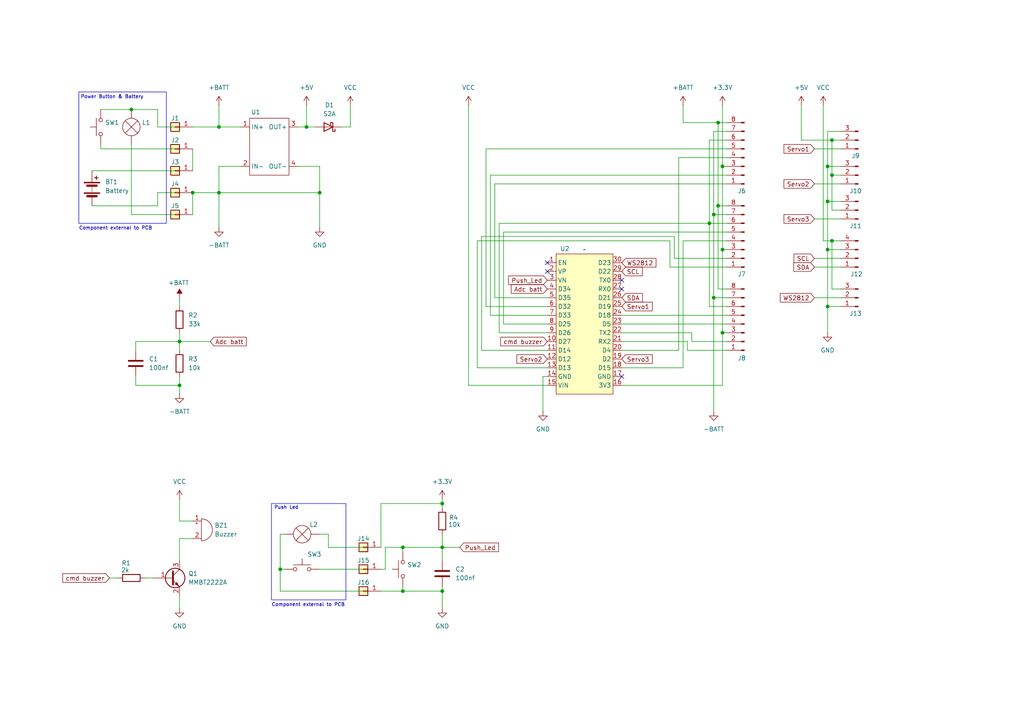
<source format=kicad_sch>
(kicad_sch (version 20231120) (generator "eeschema") (generator_version "8.0")
  (paper "A4")
  (title_block (title "Self Balancing Cube") (date "2024-09-04") (rev "1.1") (company "By Pedro51"))
  (lib_symbols
    (symbol "Connector:Conn_01x03_Pin" (pin_names (offset 1.016) hide)
      (property "Reference" "J" (at 0 5.08 0))
      (property "Value" "Conn_01x03_Pin" (at 0 -5.08 0))
      (symbol "Conn_01x03_Pin_1_1"
        (polyline (pts (xy 1.27 -2.54) (xy 0.8636 -2.54)) (stroke (width 0.1524)))
        (polyline (pts (xy 1.27 0) (xy 0.8636 0)) (stroke (width 0.1524)))
        (polyline (pts (xy 1.27 2.54) (xy 0.8636 2.54)) (stroke (width 0.1524)))
        (rectangle (start 0.8636 -2.413) (end 0 -2.667) (stroke (width 0.1524)) (fill (type outline)))
        (rectangle (start 0.8636 0.127) (end 0 -0.127) (stroke (width 0.1524)) (fill (type outline)))
        (rectangle (start 0.8636 2.667) (end 0 2.413) (stroke (width 0.1524)) (fill (type outline)))
        (pin passive line (at 5.08 2.54 180) (length 3.81) (name "Pin_1") (number "1"))
        (pin passive line (at 5.08 0 180) (length 3.81) (name "Pin_2") (number "2"))
        (pin passive line (at 5.08 -2.54 180) (length 3.81) (name "Pin_3") (number "3"))
      )
    )
    (symbol "Connector:Conn_01x04_Pin" (pin_names (offset 1.016) hide)
      (property "Reference" "J" (at 0 5.08 0))
      (property "Value" "Conn_01x04_Pin" (at 0 -7.62 0))
      (symbol "Conn_01x04_Pin_1_1"
        (polyline (pts (xy 1.27 -5.08) (xy 0.8636 -5.08)) (stroke (width 0.1524)))
        (polyline (pts (xy 1.27 -2.54) (xy 0.8636 -2.54)) (stroke (width 0.1524)))
        (polyline (pts (xy 1.27 0) (xy 0.8636 0)) (stroke (width 0.1524)))
        (polyline (pts (xy 1.27 2.54) (xy 0.8636 2.54)) (stroke (width 0.1524)))
        (rectangle (start 0.8636 -4.953) (end 0 -5.207) (stroke (width 0.1524)) (fill (type outline)))
        (rectangle (start 0.8636 -2.413) (end 0 -2.667) (stroke (width 0.1524)) (fill (type outline)))
        (rectangle (start 0.8636 0.127) (end 0 -0.127) (stroke (width 0.1524)) (fill (type outline)))
        (rectangle (start 0.8636 2.667) (end 0 2.413) (stroke (width 0.1524)) (fill (type outline)))
        (pin passive line (at 5.08 2.54 180) (length 3.81) (name "Pin_1") (number "1"))
        (pin passive line (at 5.08 0 180) (length 3.81) (name "Pin_2") (number "2"))
        (pin passive line (at 5.08 -2.54 180) (length 3.81) (name "Pin_3") (number "3"))
        (pin passive line (at 5.08 -5.08 180) (length 3.81) (name "Pin_4") (number "4"))
      )
    )
    (symbol "Connector:Conn_01x08_Pin" (pin_names (offset 1.016) hide)
      (property "Reference" "J" (at 0 10.16 0))
      (property "Value" "Conn_01x08_Pin" (at 0 -12.7 0))
      (symbol "Conn_01x08_Pin_1_1"
        (polyline (pts (xy 1.27 -10.16) (xy 0.8636 -10.16)) (stroke (width 0.1524)))
        (polyline (pts (xy 1.27 -7.62) (xy 0.8636 -7.62)) (stroke (width 0.1524)))
        (polyline (pts (xy 1.27 -5.08) (xy 0.8636 -5.08)) (stroke (width 0.1524)))
        (polyline (pts (xy 1.27 -2.54) (xy 0.8636 -2.54)) (stroke (width 0.1524)))
        (polyline (pts (xy 1.27 0) (xy 0.8636 0)) (stroke (width 0.1524)))
        (polyline (pts (xy 1.27 2.54) (xy 0.8636 2.54)) (stroke (width 0.1524)))
        (polyline (pts (xy 1.27 5.08) (xy 0.8636 5.08)) (stroke (width 0.1524)))
        (polyline (pts (xy 1.27 7.62) (xy 0.8636 7.62)) (stroke (width 0.1524)))
        (rectangle (start 0.8636 -10.033) (end 0 -10.287) (stroke (width 0.1524)) (fill (type outline)))
        (rectangle (start 0.8636 -7.493) (end 0 -7.747) (stroke (width 0.1524)) (fill (type outline)))
        (rectangle (start 0.8636 -4.953) (end 0 -5.207) (stroke (width 0.1524)) (fill (type outline)))
        (rectangle (start 0.8636 -2.413) (end 0 -2.667) (stroke (width 0.1524)) (fill (type outline)))
        (rectangle (start 0.8636 0.127) (end 0 -0.127) (stroke (width 0.1524)) (fill (type outline)))
        (rectangle (start 0.8636 2.667) (end 0 2.413) (stroke (width 0.1524)) (fill (type outline)))
        (rectangle (start 0.8636 5.207) (end 0 4.953) (stroke (width 0.1524)) (fill (type outline)))
        (rectangle (start 0.8636 7.747) (end 0 7.493) (stroke (width 0.1524)) (fill (type outline)))
        (pin passive line (at 5.08 7.62 180) (length 3.81) (name "Pin_1") (number "1"))
        (pin passive line (at 5.08 5.08 180) (length 3.81) (name "Pin_2") (number "2"))
        (pin passive line (at 5.08 2.54 180) (length 3.81) (name "Pin_3") (number "3"))
        (pin passive line (at 5.08 0 180) (length 3.81) (name "Pin_4") (number "4"))
        (pin passive line (at 5.08 -2.54 180) (length 3.81) (name "Pin_5") (number "5"))
        (pin passive line (at 5.08 -5.08 180) (length 3.81) (name "Pin_6") (number "6"))
        (pin passive line (at 5.08 -7.62 180) (length 3.81) (name "Pin_7") (number "7"))
        (pin passive line (at 5.08 -10.16 180) (length 3.81) (name "Pin_8") (number "8"))
      )
    )
    (symbol "Connector_Generic:Conn_01x01" (pin_names (offset 1.016) hide)
      (property "Reference" "J" (at 0 2.54 0))
      (property "Value" "Conn_01x01" (at 0 -2.54 0))
      (symbol "Conn_01x01_1_1"
        (rectangle (start -1.27 0.127) (end 0 -0.127) (stroke (width 0.1524)))
        (rectangle (start -1.27 1.27) (end 1.27 -1.27) (stroke (width 0.254)) (fill (type background)))
        (pin passive line (at -5.08 0 0) (length 3.81) (name "Pin_1") (number "1"))
      )
    )
    (symbol "Device:Battery" (pin_numbers hide) (pin_names (offset 0) hide)
      (property "Reference" "BT" (at 2.54 2.54 0))
      (property "Value" "Battery" (at 2.54 0 0))
      (symbol "Battery_0_1"
        (rectangle (start -2.286 -1.27) (end 2.286 -1.524) (fill (type outline)))
        (rectangle (start -2.286 1.778) (end 2.286 1.524) (fill (type outline)))
        (rectangle (start -1.524 -2.032) (end 1.524 -2.54) (fill (type outline)))
        (rectangle (start -1.524 1.016) (end 1.524 0.508) (fill (type outline)))
        (polyline (pts (xy 0 -1.016) (xy 0 -0.762)))
        (polyline (pts (xy 0 -0.508) (xy 0 -0.254)))
        (polyline (pts (xy 0 0) (xy 0 0.254)))
        (polyline (pts (xy 0 1.778) (xy 0 2.54)))
        (polyline (pts (xy 0.762 3.048) (xy 1.778 3.048)) (stroke (width 0.254)))
        (polyline (pts (xy 1.27 3.556) (xy 1.27 2.54)) (stroke (width 0.254)))
      )
      (symbol "Battery_1_1"
        (pin passive line (at 0 5.08 270) (length 2.54) (name "+") (number "1"))
        (pin passive line (at 0 -5.08 90) (length 2.54) (name "-") (number "2"))
      )
    )
    (symbol "Device:Buzzer" (pin_names (offset 0.0254) hide)
      (property "Reference" "BZ" (at 3.81 1.27 0))
      (property "Value" "Buzzer" (at 3.81 -1.27 0))
      (symbol "Buzzer_0_1"
        (arc (start 0 -3.175) (mid 3.1612 0) (end 0 3.175))
        (polyline (pts (xy -1.651 1.905) (xy -1.143 1.905)))
        (polyline (pts (xy -1.397 2.159) (xy -1.397 1.651)))
        (polyline (pts (xy 0 3.175) (xy 0 -3.175)))
      )
      (symbol "Buzzer_1_1"
        (pin passive line (at -2.54 2.54 0) (length 2.54) (name "+") (number "1"))
        (pin passive line (at -2.54 -2.54 0) (length 2.54) (name "-") (number "2"))
      )
    )
    (symbol "Device:C" (pin_numbers hide) (pin_names (offset 0.254))
      (property "Reference" "C" (at 0.635 2.54 0))
      (property "Value" "C" (at 0.635 -2.54 0))
      (symbol "C_0_1"
        (polyline (pts (xy -2.032 -0.762) (xy 2.032 -0.762)) (stroke (width 0.508)))
        (polyline (pts (xy -2.032 0.762) (xy 2.032 0.762)) (stroke (width 0.508)))
      )
      (symbol "C_1_1"
        (pin passive line (at 0 3.81 270) (length 2.794) (name "~") (number "1"))
        (pin passive line (at 0 -3.81 90) (length 2.794) (name "~") (number "2"))
      )
    )
    (symbol "Device:Lamp" (pin_numbers hide) (pin_names (offset 0.0254) hide)
      (property "Reference" "LA" (at 0.635 3.81 0))
      (property "Value" "Lamp" (at 0.635 -3.81 0))
      (symbol "Lamp_0_1"
        (polyline (pts (xy -1.778 1.778) (xy 1.778 -1.778)))
        (polyline (pts (xy 1.778 1.778) (xy -1.778 -1.778)))
        (circle (center 0 0) (radius 2.54))
      )
      (symbol "Lamp_1_1"
        (pin passive line (at 0 -5.08 90) (length 2.54) (name "-") (number "1"))
        (pin passive line (at 0 5.08 270) (length 2.54) (name "+") (number "2"))
      )
    )
    (symbol "Device:R" (pin_numbers hide) (pin_names (offset 0))
      (property "Reference" "R" (at 2.032 0 90))
      (property "Value" "R" (at 0 0 90))
      (symbol "R_0_1"
        (rectangle (start -1.016 -2.54) (end 1.016 2.54) (stroke (width 0.254)))
      )
      (symbol "R_1_1"
        (pin passive line (at 0 3.81 270) (length 1.27) (name "~") (number "1"))
        (pin passive line (at 0 -3.81 90) (length 1.27) (name "~") (number "2"))
      )
    )
    (symbol "Diode:SS32" (pin_numbers hide) (pin_names (offset 1.016) hide)
      (property "Reference" "D" (at 0 2.54 0))
      (property "Value" "SS32" (at 0 -2.54 0))
      (symbol "SS32_0_1"
        (polyline (pts (xy 1.27 0) (xy -1.27 0)))
        (polyline (pts (xy 1.27 1.27) (xy 1.27 -1.27) (xy -1.27 0) (xy 1.27 1.27)) (stroke (width 0.254)))
        (polyline (pts (xy -1.905 0.635) (xy -1.905 1.27) (xy -1.27 1.27) (xy -1.27 -1.27) (xy -0.635 -1.27) (xy -0.635 -0.635)) (stroke (width 0.254)))
      )
      (symbol "SS32_1_1"
        (pin passive line (at -3.81 0 0) (length 2.54) (name "K") (number "1"))
        (pin passive line (at 3.81 0 180) (length 2.54) (name "A") (number "2"))
      )
    )
    (symbol "Switch:SW_Push" (pin_numbers hide) (pin_names (offset 1.016) hide)
      (property "Reference" "SW" (at 1.27 2.54 0))
      (property "Value" "SW_Push" (at 0 -1.524 0))
      (symbol "SW_Push_0_1"
        (circle (center -2.032 0) (radius 0.508))
        (polyline (pts (xy 0 1.27) (xy 0 3.048)))
        (polyline (pts (xy 2.54 1.27) (xy -2.54 1.27)))
        (circle (center 2.032 0) (radius 0.508))
        (pin passive line (at -5.08 0 0) (length 2.54) (name "1") (number "1"))
        (pin passive line (at 5.08 0 180) (length 2.54) (name "2") (number "2"))
      )
    )
    (symbol "SymbolePerso:DC-DC_buck"
      (property "Reference" "U?" (at 1.524 1.27 0))
      (property "Value" "5v" (at 9.652 -8.128 0))
      (symbol "DC-DC_buck_0_1"
        (rectangle (start 0 0) (end 11.43 -16.51))
      )
      (symbol "DC-DC_buck_1_1"
        (pin passive line (at -2.54 -2.54 0) (length 2.54) (name "IN+") (number "1"))
        (pin passive line (at -2.54 -13.97 0) (length 2.54) (name "IN-") (number "2"))
        (pin passive line (at 13.97 -2.54 180) (length 2.54) (name "OUT+") (number "3"))
        (pin passive line (at 13.97 -13.97 180) (length 2.54) (name "OUT-") (number "4"))
      )
    )
    (symbol "SymbolePerso:ESP32_module_38pin"
      (property "Reference" "U?" (at -6.35 20.32 0))
      (symbol "ESP32_module_38pin_1_1"
        (polyline (pts (xy -7.62 19.05) (xy 8.89 19.05) (xy 8.89 -21.59) (xy -7.62 -21.59) (xy -7.62 19.05)) (fill (type background)))
        (pin input line (at -10.16 16.51 0) (length 2.54) (name "EN") (number "1"))
        (pin bidirectional line (at -10.16 -6.35 0) (length 2.54) (name "D27") (number "10"))
        (pin bidirectional line (at -10.16 -8.89 0) (length 2.54) (name "D14") (number "11"))
        (pin bidirectional line (at -10.16 -11.43 0) (length 2.54) (name "D12") (number "12"))
        (pin bidirectional line (at -10.16 -13.97 0) (length 2.54) (name "D13") (number "13"))
        (pin power_in line (at -10.16 -16.51 0) (length 2.54) (name "GND") (number "14"))
        (pin power_in line (at -10.16 -19.05 0) (length 2.54) (name "VIN") (number "15"))
        (pin power_out line (at 11.43 -19.05 180) (length 2.54) (name "3V3") (number "16"))
        (pin power_in line (at 11.43 -16.51 180) (length 2.54) (name "GND") (number "17"))
        (pin bidirectional line (at 11.43 -13.97 180) (length 2.54) (name "D15") (number "18"))
        (pin bidirectional line (at 11.43 -11.43 180) (length 2.54) (name "D2") (number "19"))
        (pin bidirectional line (at -10.16 13.97 0) (length 2.54) (name "VP") (number "2"))
        (pin bidirectional line (at 11.43 -8.89 180) (length 2.54) (name "D4") (number "20"))
        (pin input line (at 11.43 -6.35 180) (length 2.54) (name "RX2") (number "21"))
        (pin output line (at 11.43 -3.81 180) (length 2.54) (name "TX2") (number "22"))
        (pin bidirectional line (at 11.43 -1.27 180) (length 2.54) (name "D5") (number "23"))
        (pin bidirectional line (at 11.43 1.27 180) (length 2.54) (name "D18") (number "24"))
        (pin bidirectional line (at 11.43 3.81 180) (length 2.54) (name "D19") (number "25"))
        (pin bidirectional line (at 11.43 6.35 180) (length 2.54) (name "D21") (number "26"))
        (pin input line (at 11.43 8.89 180) (length 2.54) (name "RX0") (number "27"))
        (pin output line (at 11.43 11.43 180) (length 2.54) (name "TX0") (number "28"))
        (pin bidirectional line (at 11.43 13.97 180) (length 2.54) (name "D22") (number "29"))
        (pin bidirectional line (at -10.16 11.43 0) (length 2.54) (name "VN") (number "3"))
        (pin bidirectional line (at 11.43 16.51 180) (length 2.54) (name "D23") (number "30"))
        (pin bidirectional line (at -10.16 8.89 0) (length 2.54) (name "D34") (number "4"))
        (pin bidirectional line (at -10.16 6.35 0) (length 2.54) (name "D35") (number "5"))
        (pin bidirectional line (at -10.16 3.81 0) (length 2.54) (name "D32") (number "6"))
        (pin bidirectional line (at -10.16 1.27 0) (length 2.54) (name "D33") (number "7"))
        (pin bidirectional line (at -10.16 -1.27 0) (length 2.54) (name "D25") (number "8"))
        (pin bidirectional line (at -10.16 -3.81 0) (length 2.54) (name "D26") (number "9"))
      )
    )
    (symbol "Transistor_BJT:MMBT2222A" (pin_names (offset 0) hide)
      (property "Reference" "Q" (at 5.08 1.905 0))
      (property "Value" "MMBT2222A" (at 5.08 0 0))
      (symbol "MMBT2222A_0_1"
        (polyline (pts (xy 0.635 0.635) (xy 2.54 2.54)))
        (polyline (pts (xy 0.635 -0.635) (xy 2.54 -2.54) (xy 2.54 -2.54)))
        (polyline (pts (xy 0.635 1.905) (xy 0.635 -1.905) (xy 0.635 -1.905)) (stroke (width 0.508)))
        (polyline (pts (xy 1.27 -1.778) (xy 1.778 -1.27) (xy 2.286 -2.286) (xy 1.27 -1.778) (xy 1.27 -1.778)) (fill (type outline)))
        (circle (center 1.27 0) (radius 2.8194) (stroke (width 0.254)))
      )
      (symbol "MMBT2222A_1_1"
        (pin input line (at -5.08 0 0) (length 5.715) (name "B") (number "1"))
        (pin passive line (at 2.54 -5.08 90) (length 2.54) (name "E") (number "2"))
        (pin passive line (at 2.54 5.08 270) (length 2.54) (name "C") (number "3"))
      )
    )
    (symbol "power:+3.3V" (power) (pin_numbers hide) (pin_names (offset 0) hide)
      (property "Value" "+3.3V" (at 0 3.556 0))
      (symbol "+3.3V_0_1"
        (polyline (pts (xy -0.762 1.27) (xy 0 2.54)))
        (polyline (pts (xy 0 0) (xy 0 2.54)))
        (polyline (pts (xy 0 2.54) (xy 0.762 1.27)))
      )
      (symbol "+3.3V_1_1"
        (pin power_in line (at 0 0 90) (length 0) (name "~") (number "1"))
      )
    )
    (symbol "power:+5V" (power) (pin_numbers hide) (pin_names (offset 0) hide)
      (property "Value" "+5V" (at 0 3.556 0))
      (symbol "+5V_0_1"
        (polyline (pts (xy -0.762 1.27) (xy 0 2.54)))
        (polyline (pts (xy 0 0) (xy 0 2.54)))
        (polyline (pts (xy 0 2.54) (xy 0.762 1.27)))
      )
      (symbol "+5V_1_1"
        (pin power_in line (at 0 0 90) (length 0) (name "~") (number "1"))
      )
    )
    (symbol "power:+BATT" (power) (pin_numbers hide) (pin_names (offset 0) hide)
      (property "Value" "+BATT" (at 0 3.556 0))
      (symbol "+BATT_0_1"
        (polyline (pts (xy -0.762 1.27) (xy 0 2.54)))
        (polyline (pts (xy 0 0) (xy 0 2.54)))
        (polyline (pts (xy 0 2.54) (xy 0.762 1.27)))
      )
      (symbol "+BATT_1_1"
        (pin power_in line (at 0 0 90) (length 0) (name "~") (number "1"))
      )
    )
    (symbol "power:-BATT" (power) (pin_numbers hide) (pin_names (offset 0) hide)
      (property "Value" "-BATT" (at 0 3.556 0))
      (symbol "-BATT_0_1"
        (polyline (pts (xy 0 0) (xy 0 2.54)))
        (polyline (pts (xy 0.762 1.27) (xy -0.762 1.27) (xy 0 2.54) (xy 0.762 1.27)) (fill (type outline)))
      )
      (symbol "-BATT_1_1"
        (pin power_in line (at 0 0 90) (length 0) (name "~") (number "1"))
      )
    )
    (symbol "power:GND" (power) (pin_numbers hide) (pin_names (offset 0) hide)
      (property "Value" "GND" (at 0 -3.81 0))
      (symbol "GND_0_1"
        (polyline (pts (xy 0 0) (xy 0 -1.27) (xy 1.27 -1.27) (xy 0 -2.54) (xy -1.27 -1.27) (xy 0 -1.27)))
      )
      (symbol "GND_1_1"
        (pin power_in line (at 0 0 270) (length 0) (name "~") (number "1"))
      )
    )
    (symbol "power:VCC" (power) (pin_numbers hide) (pin_names (offset 0) hide)
      (property "Value" "VCC" (at 0 3.556 0))
      (symbol "VCC_0_1"
        (polyline (pts (xy -0.762 1.27) (xy 0 2.54)))
        (polyline (pts (xy 0 0) (xy 0 2.54)))
        (polyline (pts (xy 0 2.54) (xy 0.762 1.27)))
      )
      (symbol "VCC_1_1"
        (pin power_in line (at 0 0 90) (length 0) (name "~") (number "1"))
      )
    )
  )
  (junction (at 205.74 64.77))
  (junction (at 241.3 40.64))
  (junction (at 116.84 171.45))
  (junction (at 52.07 111.76))
  (junction (at 241.3 50.8))
  (junction (at 38.1 31.75))
  (junction (at 208.28 35.56))
  (junction (at 208.28 59.69))
  (junction (at 241.3 69.85))
  (junction (at 88.9 36.83))
  (junction (at 52.07 99.06))
  (junction (at 240.03 72.39))
  (junction (at 240.03 48.26))
  (junction (at 63.5 55.88))
  (junction (at 128.27 171.45))
  (junction (at 63.5 36.83))
  (junction (at 207.01 86.36))
  (junction (at 240.03 88.9))
  (junction (at 209.55 96.52))
  (junction (at 92.71 55.88))
  (junction (at 209.55 72.39))
  (junction (at 116.84 158.75))
  (junction (at 240.03 58.42))
  (junction (at 55.88 55.88))
  (junction (at 81.28 165.1))
  (junction (at 209.55 48.26))
  (junction (at 128.27 158.75))
  (junction (at 207.01 62.23))
  (junction (at 128.27 146.05))
  (no_connect (at 180.34 83.82))
  (no_connect (at 158.75 76.2))
  (no_connect (at 158.75 78.74))
  (no_connect (at 180.34 109.22))
  (no_connect (at 180.34 81.28))
  (wire (pts (xy 240.03 48.26) (xy 240.03 38.1)))
  (wire (pts (xy 52.07 172.72) (xy 52.07 176.53)))
  (wire (pts (xy 139.7 68.58) (xy 139.7 101.6)))
  (wire (pts (xy 128.27 158.75) (xy 133.35 158.75)))
  (wire (pts (xy 209.55 48.26) (xy 209.55 72.39)))
  (wire (pts (xy 92.71 165.1) (xy 105.41 165.1)))
  (wire (pts (xy 29.21 43.18) (xy 50.8 43.18)))
  (wire (pts (xy 55.88 55.88) (xy 63.5 55.88)))
  (wire (pts (xy 199.39 101.6) (xy 199.39 99.06)))
  (wire (pts (xy 180.34 91.44) (xy 210.82 91.44)))
  (wire (pts (xy 144.78 96.52) (xy 144.78 64.77)))
  (wire (pts (xy 198.12 35.56) (xy 208.28 35.56)))
  (wire (pts (xy 205.74 64.77) (xy 210.82 64.77)))
  (wire (pts (xy 63.5 36.83) (xy 69.85 36.83)))
  (wire (pts (xy 142.24 50.8) (xy 142.24 91.44)))
  (wire (pts (xy 209.55 72.39) (xy 210.82 72.39)))
  (wire (pts (xy 52.07 111.76) (xy 52.07 114.3)))
  (wire (pts (xy 105.41 158.75) (xy 95.25 158.75)))
  (wire (pts (xy 116.84 171.45) (xy 128.27 171.45)))
  (wire (pts (xy 209.55 72.39) (xy 209.55 96.52)))
  (wire (pts (xy 128.27 170.18) (xy 128.27 171.45)))
  (wire (pts (xy 55.88 151.13) (xy 52.07 151.13)))
  (wire (pts (xy 198.12 106.68) (xy 180.34 106.68)))
  (wire (pts (xy 243.84 58.42) (xy 240.03 58.42)))
  (wire (pts (xy 92.71 48.26) (xy 92.71 55.88)))
  (wire (pts (xy 210.82 77.47) (xy 194.31 77.47)))
  (wire (pts (xy 210.82 74.93) (xy 195.58 74.93)))
  (wire (pts (xy 210.82 50.8) (xy 142.24 50.8)))
  (wire (pts (xy 52.07 109.22) (xy 52.07 111.76)))
  (wire (pts (xy 143.51 86.36) (xy 143.51 53.34)))
  (wire (pts (xy 39.37 111.76) (xy 39.37 109.22)))
  (wire (pts (xy 52.07 99.06) (xy 52.07 101.6)))
  (wire (pts (xy 199.39 99.06) (xy 180.34 99.06)))
  (wire (pts (xy 55.88 55.88) (xy 55.88 62.23)))
  (wire (pts (xy 238.76 69.85) (xy 241.3 69.85)))
  (wire (pts (xy 86.36 36.83) (xy 88.9 36.83)))
  (wire (pts (xy 200.66 99.06) (xy 210.82 99.06)))
  (wire (pts (xy 52.07 156.21) (xy 55.88 156.21)))
  (wire (pts (xy 111.76 158.75) (xy 116.84 158.75)))
  (wire (pts (xy 232.41 40.64) (xy 241.3 40.64)))
  (wire (pts (xy 138.43 106.68) (xy 158.75 106.68)))
  (wire (pts (xy 241.3 60.96) (xy 241.3 50.8)))
  (wire (pts (xy 92.71 55.88) (xy 92.71 66.04)))
  (wire (pts (xy 110.49 146.05) (xy 110.49 158.75)))
  (wire (pts (xy 95.25 158.75) (xy 95.25 154.94)))
  (wire (pts (xy 236.22 74.93) (xy 243.84 74.93)))
  (wire (pts (xy 140.97 43.18) (xy 140.97 88.9)))
  (wire (pts (xy 210.82 43.18) (xy 140.97 43.18)))
  (wire (pts (xy 209.55 111.76) (xy 209.55 96.52)))
  (wire (pts (xy 111.76 165.1) (xy 111.76 158.75)))
  (wire (pts (xy 29.21 43.18) (xy 29.21 41.91)))
  (wire (pts (xy 41.91 167.64) (xy 44.45 167.64)))
  (wire (pts (xy 158.75 109.22) (xy 157.48 109.22)))
  (wire (pts (xy 52.07 144.78) (xy 52.07 151.13)))
  (wire (pts (xy 52.07 111.76) (xy 39.37 111.76)))
  (wire (pts (xy 205.74 40.64) (xy 205.74 64.77)))
  (wire (pts (xy 210.82 88.9) (xy 205.74 88.9)))
  (wire (pts (xy 232.41 30.48) (xy 232.41 40.64)))
  (wire (pts (xy 210.82 67.31) (xy 146.05 67.31)))
  (wire (pts (xy 196.85 45.72) (xy 196.85 101.6)))
  (wire (pts (xy 38.1 41.91) (xy 38.1 62.23)))
  (wire (pts (xy 207.01 62.23) (xy 210.82 62.23)))
  (wire (pts (xy 128.27 146.05) (xy 128.27 147.32)))
  (wire (pts (xy 243.84 69.85) (xy 241.3 69.85)))
  (wire (pts (xy 243.84 72.39) (xy 240.03 72.39)))
  (wire (pts (xy 92.71 154.94) (xy 95.25 154.94)))
  (wire (pts (xy 243.84 48.26) (xy 240.03 48.26)))
  (wire (pts (xy 240.03 88.9) (xy 243.84 88.9)))
  (wire (pts (xy 52.07 162.56) (xy 52.07 156.21)))
  (wire (pts (xy 88.9 36.83) (xy 91.44 36.83)))
  (wire (pts (xy 208.28 35.56) (xy 208.28 59.69)))
  (wire (pts (xy 207.01 38.1) (xy 207.01 62.23)))
  (wire (pts (xy 207.01 86.36) (xy 207.01 119.38)))
  (wire (pts (xy 207.01 86.36) (xy 207.01 62.23)))
  (wire (pts (xy 210.82 35.56) (xy 208.28 35.56)))
  (wire (pts (xy 139.7 101.6) (xy 158.75 101.6)))
  (wire (pts (xy 210.82 69.85) (xy 198.12 69.85)))
  (wire (pts (xy 146.05 67.31) (xy 146.05 93.98)))
  (wire (pts (xy 146.05 93.98) (xy 158.75 93.98)))
  (wire (pts (xy 88.9 30.48) (xy 88.9 36.83)))
  (wire (pts (xy 238.76 30.48) (xy 238.76 69.85)))
  (wire (pts (xy 243.84 38.1) (xy 240.03 38.1)))
  (wire (pts (xy 180.34 111.76) (xy 209.55 111.76)))
  (wire (pts (xy 63.5 55.88) (xy 63.5 48.26)))
  (wire (pts (xy 210.82 45.72) (xy 196.85 45.72)))
  (wire (pts (xy 55.88 36.83) (xy 63.5 36.83)))
  (wire (pts (xy 196.85 101.6) (xy 180.34 101.6)))
  (wire (pts (xy 210.82 40.64) (xy 205.74 40.64)))
  (wire (pts (xy 81.28 165.1) (xy 82.55 165.1)))
  (wire (pts (xy 39.37 101.6) (xy 39.37 99.06)))
  (wire (pts (xy 241.3 40.64) (xy 243.84 40.64)))
  (wire (pts (xy 52.07 99.06) (xy 60.96 99.06)))
  (wire (pts (xy 63.5 55.88) (xy 63.5 66.04)))
  (wire (pts (xy 128.27 144.78) (xy 128.27 146.05)))
  (wire (pts (xy 158.75 86.36) (xy 143.51 86.36)))
  (wire (pts (xy 243.84 83.82) (xy 241.3 83.82)))
  (wire (pts (xy 158.75 111.76) (xy 135.89 111.76)))
  (wire (pts (xy 240.03 72.39) (xy 240.03 88.9)))
  (wire (pts (xy 236.22 43.18) (xy 243.84 43.18)))
  (wire (pts (xy 116.84 158.75) (xy 116.84 160.02)))
  (wire (pts (xy 210.82 101.6) (xy 199.39 101.6)))
  (wire (pts (xy 128.27 171.45) (xy 128.27 176.53)))
  (wire (pts (xy 31.75 167.64) (xy 34.29 167.64)))
  (wire (pts (xy 210.82 86.36) (xy 207.01 86.36)))
  (wire (pts (xy 210.82 38.1) (xy 207.01 38.1)))
  (wire (pts (xy 240.03 72.39) (xy 240.03 58.42)))
  (wire (pts (xy 81.28 154.94) (xy 82.55 154.94)))
  (wire (pts (xy 195.58 68.58) (xy 139.7 68.58)))
  (wire (pts (xy 45.72 59.69) (xy 26.67 59.69)))
  (wire (pts (xy 45.72 55.88) (xy 45.72 59.69)))
  (wire (pts (xy 45.72 31.75) (xy 45.72 36.83)))
  (wire (pts (xy 86.36 48.26) (xy 92.71 48.26)))
  (wire (pts (xy 101.6 30.48) (xy 101.6 36.83)))
  (wire (pts (xy 29.21 31.75) (xy 38.1 31.75)))
  (wire (pts (xy 38.1 31.75) (xy 45.72 31.75)))
  (wire (pts (xy 142.24 91.44) (xy 158.75 91.44)))
  (wire (pts (xy 241.3 50.8) (xy 243.84 50.8)))
  (wire (pts (xy 195.58 74.93) (xy 195.58 68.58)))
  (wire (pts (xy 157.48 109.22) (xy 157.48 119.38)))
  (wire (pts (xy 52.07 96.52) (xy 52.07 99.06)))
  (wire (pts (xy 50.8 49.53) (xy 26.67 49.53)))
  (wire (pts (xy 50.8 62.23) (xy 38.1 62.23)))
  (wire (pts (xy 39.37 99.06) (xy 52.07 99.06)))
  (wire (pts (xy 116.84 171.45) (xy 110.49 171.45)))
  (wire (pts (xy 209.55 96.52) (xy 210.82 96.52)))
  (wire (pts (xy 240.03 88.9) (xy 240.03 96.52)))
  (wire (pts (xy 198.12 69.85) (xy 198.12 106.68)))
  (wire (pts (xy 241.3 83.82) (xy 241.3 69.85)))
  (wire (pts (xy 208.28 59.69) (xy 210.82 59.69)))
  (wire (pts (xy 55.88 43.18) (xy 55.88 49.53)))
  (wire (pts (xy 63.5 55.88) (xy 92.71 55.88)))
  (wire (pts (xy 140.97 88.9) (xy 158.75 88.9)))
  (wire (pts (xy 63.5 30.48) (xy 63.5 36.83)))
  (wire (pts (xy 210.82 83.82) (xy 208.28 83.82)))
  (wire (pts (xy 194.31 77.47) (xy 194.31 69.85)))
  (wire (pts (xy 210.82 48.26) (xy 209.55 48.26)))
  (wire (pts (xy 198.12 30.48) (xy 198.12 35.56)))
  (wire (pts (xy 45.72 36.83) (xy 50.8 36.83)))
  (wire (pts (xy 81.28 171.45) (xy 81.28 165.1)))
  (wire (pts (xy 110.49 165.1) (xy 111.76 165.1)))
  (wire (pts (xy 236.22 53.34) (xy 243.84 53.34)))
  (wire (pts (xy 81.28 165.1) (xy 81.28 154.94)))
  (wire (pts (xy 63.5 48.26) (xy 69.85 48.26)))
  (wire (pts (xy 158.75 96.52) (xy 144.78 96.52)))
  (wire (pts (xy 128.27 162.56) (xy 128.27 158.75)))
  (wire (pts (xy 143.51 53.34) (xy 210.82 53.34)))
  (wire (pts (xy 243.84 60.96) (xy 241.3 60.96)))
  (wire (pts (xy 81.28 171.45) (xy 105.41 171.45)))
  (wire (pts (xy 180.34 93.98) (xy 210.82 93.98)))
  (wire (pts (xy 138.43 69.85) (xy 138.43 106.68)))
  (wire (pts (xy 128.27 146.05) (xy 110.49 146.05)))
  (wire (pts (xy 128.27 154.94) (xy 128.27 158.75)))
  (wire (pts (xy 208.28 83.82) (xy 208.28 59.69)))
  (wire (pts (xy 236.22 77.47) (xy 243.84 77.47)))
  (wire (pts (xy 116.84 170.18) (xy 116.84 171.45)))
  (wire (pts (xy 144.78 64.77) (xy 205.74 64.77)))
  (wire (pts (xy 135.89 111.76) (xy 135.89 30.48)))
  (wire (pts (xy 116.84 158.75) (xy 128.27 158.75)))
  (wire (pts (xy 200.66 96.52) (xy 200.66 99.06)))
  (wire (pts (xy 50.8 55.88) (xy 45.72 55.88)))
  (wire (pts (xy 52.07 86.36) (xy 52.07 88.9)))
  (wire (pts (xy 209.55 30.48) (xy 209.55 48.26)))
  (wire (pts (xy 240.03 48.26) (xy 240.03 58.42)))
  (wire (pts (xy 99.06 36.83) (xy 101.6 36.83)))
  (wire (pts (xy 180.34 96.52) (xy 200.66 96.52)))
  (wire (pts (xy 241.3 50.8) (xy 241.3 40.64)))
  (wire (pts (xy 236.22 63.5) (xy 243.84 63.5)))
  (wire (pts (xy 236.22 86.36) (xy 243.84 86.36)))
  (wire (pts (xy 205.74 88.9) (xy 205.74 64.77)))
  (wire (pts (xy 194.31 69.85) (xy 138.43 69.85)))
  (rectangle (start 22.86 26.67) (end 48.26 64.77))
  (rectangle (start 78.74 146.05) (end 100.33 173.99))
  (text "Component external to PCB" (at 89.408 175.514 0) (effects (font (size 1 1))))
  (text "Push Led" (at 83.058 147.32 0) (effects (font (size 1 1))))
  (text "Component external to PCB" (at 33.528 66.294 0) (effects (font (size 1 1))))
  (text "Power Button & Battery" (at 32.512 28.194 0) (effects (font (size 1 1))))
  (global_label "SCL" (shape input) (at 236.22 74.93 180) (property "Intersheetrefs" "${INTERSHEET_REFS}" (effects (hide yes))))
  (global_label "Push_Led" (shape input) (at 133.35 158.75 0) (property "Intersheetrefs" "${INTERSHEET_REFS}" (effects (hide yes))))
  (global_label "Servo2" (shape input) (at 236.22 53.34 180) (property "Intersheetrefs" "${INTERSHEET_REFS}" (effects (hide yes))))
  (global_label "cmd buzzer" (shape input) (at 31.75 167.64 180) (property "Intersheetrefs" "${INTERSHEET_REFS}" (effects (hide yes))))
  (global_label "SCL" (shape input) (at 180.34 78.74 0) (property "Intersheetrefs" "${INTERSHEET_REFS}" (effects (hide yes))))
  (global_label "WS2812" (shape input) (at 180.34 76.2 0) (property "Intersheetrefs" "${INTERSHEET_REFS}" (effects (hide yes))))
  (global_label "Servo1" (shape input) (at 180.34 88.9 0) (property "Intersheetrefs" "${INTERSHEET_REFS}" (effects (hide yes))))
  (global_label "WS2812" (shape input) (at 236.22 86.36 180) (property "Intersheetrefs" "${INTERSHEET_REFS}" (effects (hide yes))))
  (global_label "SDA" (shape input) (at 236.22 77.47 180) (property "Intersheetrefs" "${INTERSHEET_REFS}" (effects (hide yes))))
  (global_label "Servo3" (shape input) (at 236.22 63.5 180) (property "Intersheetrefs" "${INTERSHEET_REFS}" (effects (hide yes))))
  (global_label "SDA" (shape input) (at 180.34 86.36 0) (property "Intersheetrefs" "${INTERSHEET_REFS}" (effects (hide yes))))
  (global_label "Servo1" (shape input) (at 236.22 43.18 180) (property "Intersheetrefs" "${INTERSHEET_REFS}" (effects (hide yes))))
  (global_label "Servo3" (shape input) (at 180.34 104.14 0) (property "Intersheetrefs" "${INTERSHEET_REFS}" (effects (hide yes))))
  (global_label "Adc batt" (shape input) (at 158.75 83.82 180) (property "Intersheetrefs" "${INTERSHEET_REFS}" (effects (hide yes))))
  (global_label "Adc batt" (shape input) (at 60.96 99.06 0) (property "Intersheetrefs" "${INTERSHEET_REFS}" (effects (hide yes))))
  (global_label "Servo2" (shape input) (at 158.75 104.14 180) (property "Intersheetrefs" "${INTERSHEET_REFS}" (effects (hide yes))))
  (global_label "Push_Led" (shape input) (at 158.75 81.28 180) (property "Intersheetrefs" "${INTERSHEET_REFS}" (effects (hide yes))))
  (global_label "cmd buzzer" (shape input) (at 158.75 99.06 180) (property "Intersheetrefs" "${INTERSHEET_REFS}" (effects (hide yes))))
  (symbol (lib_id "power:+3.3V") (at 128.27 144.78 0) (unit 1)
    (property "Reference" "#PWR09" (effects (hide yes)))
    (property "Value" "+3.3V" (at 128.27 139.7 0))
    (property "Description" "Power symbol creates a global label with name \"+3.3V\"" (effects (hide yes)))
  )
  (symbol (lib_id "power:+BATT") (at 63.5 30.48 0) (unit 1)
    (property "Reference" "#PWR05" (effects (hide yes)))
    (property "Value" "+BATT" (at 63.5 25.4 0))
    (property "Description" "Power symbol creates a global label with name \"+BATT\"" (effects (hide yes)))
  )
  (symbol (lib_id "power:+5V") (at 232.41 30.48 0) (unit 1)
    (property "Reference" "#PWR018" (effects (hide yes)))
    (property "Value" "+5V" (at 232.41 25.4 0))
    (property "Description" "Power symbol creates a global label with name \"+5V\"" (effects (hide yes)))
  )
  (symbol (lib_id "power:VCC") (at 238.76 30.48 0) (unit 1)
    (property "Reference" "#PWR017" (effects (hide yes)))
    (property "Value" "VCC" (at 238.76 25.4 0))
    (property "Description" "Power symbol creates a global label with name \"VCC\"" (effects (hide yes)))
  )
  (symbol (lib_id "Connector:Conn_01x08_Pin") (at 215.9 45.72 180) (unit 1)
    (property "Reference" "J6" (at 215.138 55.372 0))
    (property "Value" "Conn_01x08_Pin" (effects (hide yes)))
    (property "Footprint" "Connector_JST:JST_XH_B8B-XH-A_1x08_P2.50mm_Vertical" (effects (hide yes)))
    (property "Description" "Generic connector, single row, 01x08, script generated" (effects (hide yes)))
  )
  (symbol (lib_id "power:+5V") (at 88.9 30.48 0) (unit 1)
    (property "Reference" "#PWR019" (effects (hide yes)))
    (property "Value" "+5V" (at 88.9 25.4 0))
    (property "Description" "Power symbol creates a global label with name \"+5V\"" (effects (hide yes)))
  )
  (symbol (lib_id "Connector_Generic:Conn_01x01") (at 105.41 165.1 180) (unit 1) (in_bom no)
    (property "Reference" "J15" (at 105.41 162.56 0))
    (property "Value" "Conn_01x01" (effects (hide yes)))
    (property "Footprint" "Connector_Wire:SolderWire-2sqmm_1x01_D2mm_OD3.9mm" (effects (hide yes)))
    (property "Description" "Generic connector, single row, 01x01, script generated (kicad-library-utils/schlib/autogen/connector/)" (effects (hide yes)))
  )
  (symbol (lib_id "Device:C") (at 39.37 105.41 0) (unit 1)
    (property "Reference" "C1" (at 43.18 104.1399 0) (effects (justify left)))
    (property "Value" "100nf" (at 43.18 106.6799 0) (effects (justify left)))
    (property "Footprint" "Capacitor_SMD:C_1206_3216Metric" (effects (hide yes)))
    (property "Description" "Unpolarized capacitor" (effects (hide yes)))
  )
  (symbol (lib_id "Connector:Conn_01x03_Pin") (at 248.92 40.64 180) (unit 1)
    (property "Reference" "J9" (at 248.158 45.212 0))
    (property "Value" "Conn_01x03_Pin" (effects (hide yes)))
    (property "Footprint" "Connector_JST:JST_XH_B3B-XH-A_1x03_P2.50mm_Vertical" (effects (hide yes)))
    (property "Description" "Generic connector, single row, 01x03, script generated" (effects (hide yes)))
  )
  (symbol (lib_id "power:-BATT") (at 52.07 86.36 0) (unit 1)
    (property "Reference" "#PWR01" (effects (hide yes)))
    (property "Value" "+BATT" (at 51.816 82.042 0))
    (property "Description" "Power symbol creates a global label with name \"-BATT\"" (effects (hide yes)))
  )
  (symbol (lib_id "Transistor_BJT:MMBT2222A") (at 49.53 167.64 0) (unit 1)
    (property "Reference" "Q1" (at 54.61 166.3699 0) (effects (justify left)))
    (property "Value" "MMBT2222A" (at 54.61 168.9099 0) (effects (justify left)))
    (property "Footprint" "Package_TO_SOT_SMD:SOT-23" (effects (hide yes)))
    (property "Datasheet" "https://assets.nexperia.com/documents/data-sheet/MMBT2222A.pdf" (effects (hide yes)))
    (property "Description" "600mA Ic, 40V Vce, NPN Transistor, SOT-23" (effects (hide yes)))
  )
  (symbol (lib_id "Switch:SW_Push") (at 87.63 165.1 0) (unit 1) (on_board no)
    (property "Reference" "SW3" (at 91.186 160.782 0))
    (property "Value" "SW_Push" (effects (hide yes)))
    (property "Description" "Push button switch, generic, two pins" (effects (hide yes)))
  )
  (symbol (lib_id "Connector:Conn_01x03_Pin") (at 248.92 50.8 180) (unit 1)
    (property "Reference" "J10" (at 248.158 55.372 0))
    (property "Value" "Conn_01x03_Pin" (effects (hide yes)))
    (property "Footprint" "Connector_JST:JST_XH_B3B-XH-A_1x03_P2.50mm_Vertical" (effects (hide yes)))
    (property "Description" "Generic connector, single row, 01x03, script generated" (effects (hide yes)))
  )
  (symbol (lib_id "Device:Lamp") (at 87.63 154.94 90) (unit 1) (in_bom no) (on_board no)
    (property "Reference" "L2" (at 92.202 152.146 90) (effects (justify left)))
    (property "Value" "Lamp" (effects (hide yes)))
    (property "Description" "Lamp" (effects (hide yes)))
  )
  (symbol (lib_id "power:GND") (at 207.01 119.38 0) (unit 1)
    (property "Reference" "#PWR014" (effects (hide yes)))
    (property "Value" "-BATT" (at 207.01 124.46 0))
    (property "Description" "Power symbol creates a global label with name \"GND\" , ground" (effects (hide yes)))
  )
  (symbol (lib_id "Connector:Conn_01x08_Pin") (at 215.9 93.98 180) (unit 1)
    (property "Reference" "J8" (at 215.138 103.886 0))
    (property "Value" "Conn_01x08_Pin" (effects (hide yes)))
    (property "Footprint" "Connector_JST:JST_XH_B8B-XH-A_1x08_P2.50mm_Vertical" (effects (hide yes)))
    (property "Description" "Generic connector, single row, 01x08, script generated" (effects (hide yes)))
  )
  (symbol (lib_id "power:GND") (at 92.71 66.04 0) (unit 1)
    (property "Reference" "#PWR08" (effects (hide yes)))
    (property "Value" "GND" (at 92.71 71.12 0))
    (property "Description" "Power symbol creates a global label with name \"GND\" , ground" (effects (hide yes)))
  )
  (symbol (lib_id "Connector_Generic:Conn_01x01") (at 50.8 62.23 180) (unit 1)
    (property "Reference" "J5" (at 50.8 59.69 0))
    (property "Value" "Conn_01x01" (effects (hide yes)))
    (property "Footprint" "Connector_Wire:SolderWire-0.5sqmm_1x01_D0.9mm_OD2.1mm" (effects (hide yes)))
    (property "Description" "Generic connector, single row, 01x01, script generated (kicad-library-utils/schlib/autogen/connector/)" (effects (hide yes)))
  )
  (symbol (lib_id "Device:R") (at 38.1 167.64 90) (unit 1)
    (property "Reference" "R1" (at 36.576 163.322 90))
    (property "Value" "2k" (at 36.322 165.354 90))
    (property "Footprint" "Resistor_SMD:R_1206_3216Metric" (effects (hide yes)))
    (property "Description" "Resistor" (effects (hide yes)))
  )
  (symbol (lib_id "Connector:Conn_01x08_Pin") (at 215.9 69.85 180) (unit 1)
    (property "Reference" "J7" (at 215.138 79.502 0))
    (property "Value" "Conn_01x08_Pin" (effects (hide yes)))
    (property "Footprint" "Connector_JST:JST_XH_B8B-XH-A_1x08_P2.50mm_Vertical" (effects (hide yes)))
    (property "Description" "Generic connector, single row, 01x08, script generated" (effects (hide yes)))
  )
  (symbol (lib_id "Device:Lamp") (at 38.1 36.83 0) (unit 1) (in_bom no) (on_board no)
    (property "Reference" "L1" (at 41.148 35.56 0) (effects (justify left)))
    (property "Value" "Lamp" (effects (hide yes)))
    (property "Description" "Lamp" (effects (hide yes)))
  )
  (symbol (lib_id "Diode:SS32") (at 95.25 36.83 180) (unit 1)
    (property "Reference" "D1" (at 95.5675 30.48 0))
    (property "Value" "S2A" (at 95.5675 33.02 0))
    (property "Footprint" "Diode_SMD:D_SMA-SMB_Universal_Handsoldering" (effects (hide yes)))
    (property "Datasheet" "https://www.vishay.com/docs/88751/ss32.pdf" (effects (hide yes)))
    (property "Description" "20V 3A Schottky Diode, SMA" (effects (hide yes)))
  )
  (symbol (lib_id "power:+3.3V") (at 209.55 30.48 0) (unit 1)
    (property "Reference" "#PWR015" (effects (hide yes)))
    (property "Value" "+3.3V" (at 209.55 25.4 0))
    (property "Description" "Power symbol creates a global label with name \"+3.3V\"" (effects (hide yes)))
  )
  (symbol (lib_id "power:GND") (at 52.07 114.3 0) (unit 1)
    (property "Reference" "#PWR02" (effects (hide yes)))
    (property "Value" "-BATT" (at 52.07 119.38 0))
    (property "Description" "Power symbol creates a global label with name \"GND\" , ground" (effects (hide yes)))
  )
  (symbol (lib_id "SymbolePerso:DC-DC_buck") (at 72.39 34.29 0) (unit 1)
    (property "Reference" "U1" (at 74.168 32.512 0))
    (property "Value" "5v" (effects (hide yes)))
    (property "Footprint" "MesEmpreintes:DCDC buck" (effects (hide yes)))
  )
  (symbol (lib_id "Connector_Generic:Conn_01x01") (at 50.8 43.18 180) (unit 1)
    (property "Reference" "J2" (at 50.8 40.64 0))
    (property "Value" "Conn_01x01" (effects (hide yes)))
    (property "Footprint" "Connector_Wire:SolderWire-2sqmm_1x01_D2mm_OD3.9mm" (effects (hide yes)))
    (property "Description" "Generic connector, single row, 01x01, script generated (kicad-library-utils/schlib/autogen/connector/)" (effects (hide yes)))
  )
  (symbol (lib_id "Connector_Generic:Conn_01x01") (at 105.41 158.75 180) (unit 1) (in_bom no)
    (property "Reference" "J14" (at 105.41 156.21 0))
    (property "Value" "Conn_01x01" (effects (hide yes)))
    (property "Footprint" "Connector_Wire:SolderWire-2sqmm_1x01_D2mm_OD3.9mm" (effects (hide yes)))
    (property "Description" "Generic connector, single row, 01x01, script generated (kicad-library-utils/schlib/autogen/connector/)" (effects (hide yes)))
  )
  (symbol (lib_id "Device:R") (at 52.07 92.71 0) (unit 1)
    (property "Reference" "R2" (at 54.61 91.4399 0) (effects (justify left)))
    (property "Value" "33k" (at 54.61 93.98 0) (effects (justify left)))
    (property "Footprint" "Capacitor_SMD:C_1206_3216Metric" (effects (hide yes)))
    (property "Description" "Resistor" (effects (hide yes)))
  )
  (symbol (lib_id "Switch:SW_Push") (at 116.84 165.1 90) (unit 1)
    (property "Reference" "SW2" (at 118.11 163.8299 90) (effects (justify right)))
    (property "Value" "SW_Push" (effects (hide yes)))
    (property "Footprint" "MesEmpreintes:SW_RS-032G05A3-SMRT" (effects (hide yes)))
    (property "Description" "Push button switch, generic, two pins" (effects (hide yes)))
  )
  (symbol (lib_id "power:VCC") (at 52.07 144.78 0) (unit 1)
    (property "Reference" "#PWR03" (effects (hide yes)))
    (property "Value" "VCC" (at 52.07 139.7 0))
    (property "Description" "Power symbol creates a global label with name \"VCC\"" (effects (hide yes)))
  )
  (symbol (lib_id "Connector_Generic:Conn_01x01") (at 50.8 49.53 180) (unit 1)
    (property "Reference" "J3" (at 50.8 46.99 0))
    (property "Value" "Conn_01x01" (effects (hide yes)))
    (property "Footprint" "Connector_Wire:SolderWire-2sqmm_1x01_D2mm_OD3.9mm" (effects (hide yes)))
    (property "Description" "Generic connector, single row, 01x01, script generated (kicad-library-utils/schlib/autogen/connector/)" (effects (hide yes)))
  )
  (symbol (lib_id "power:+BATT") (at 198.12 30.48 0) (unit 1)
    (property "Reference" "#PWR013" (effects (hide yes)))
    (property "Value" "+BATT" (at 198.12 25.4 0))
    (property "Description" "Power symbol creates a global label with name \"+BATT\"" (effects (hide yes)))
  )
  (symbol (lib_id "Device:Buzzer") (at 58.42 153.67 0) (unit 1)
    (property "Reference" "BZ1" (at 62.23 152.3999 0) (effects (justify left)))
    (property "Value" "Buzzer" (at 62.23 154.9399 0) (effects (justify left)))
    (property "Footprint" "Buzzer_Beeper:Buzzer_12x9.5RM7.6" (effects (hide yes)))
    (property "Description" "Buzzer, polarized" (effects (hide yes)))
  )
  (symbol (lib_id "SymbolePerso:ESP32_module_38pin") (at 168.91 92.71 0) (unit 1)
    (property "Reference" "U2" (at 163.83 72.136 0))
    (property "Value" "~" (at 169.545 72.39 0))
    (property "Footprint" "MesEmpreintes:esp module 38pins" (effects (hide yes)))
  )
  (symbol (lib_id "Device:R") (at 128.27 151.13 180) (unit 1)
    (property "Reference" "R4" (at 131.572 150.114 0))
    (property "Value" "10k" (at 131.826 152.146 0))
    (property "Footprint" "Resistor_SMD:R_1206_3216Metric" (effects (hide yes)))
    (property "Description" "Resistor" (effects (hide yes)))
  )
  (symbol (lib_id "Device:C") (at 128.27 166.37 0) (unit 1)
    (property "Reference" "C2" (at 132.08 165.0999 0) (effects (justify left)))
    (property "Value" "100nf" (at 132.08 167.6399 0) (effects (justify left)))
    (property "Footprint" "Capacitor_SMD:C_1206_3216Metric" (effects (hide yes)))
    (property "Description" "Unpolarized capacitor" (effects (hide yes)))
  )
  (symbol (lib_id "power:VCC") (at 135.89 30.48 0) (unit 1)
    (property "Reference" "#PWR011" (effects (hide yes)))
    (property "Value" "VCC" (at 135.89 25.4 0))
    (property "Description" "Power symbol creates a global label with name \"VCC\"" (effects (hide yes)))
  )
  (symbol (lib_id "Connector:Conn_01x03_Pin") (at 248.92 86.36 180) (unit 1)
    (property "Reference" "J13" (at 248.158 90.932 0))
    (property "Value" "Conn_01x03_Pin" (effects (hide yes)))
    (property "Footprint" "Connector_JST:JST_XH_B3B-XH-A_1x03_P2.50mm_Vertical" (effects (hide yes)))
    (property "Description" "Generic connector, single row, 01x03, script generated" (effects (hide yes)))
  )
  (symbol (lib_id "power:GND") (at 240.03 96.52 0) (unit 1)
    (property "Reference" "#PWR016" (effects (hide yes)))
    (property "Value" "GND" (at 240.03 101.6 0))
    (property "Description" "Power symbol creates a global label with name \"GND\" , ground" (effects (hide yes)))
  )
  (symbol (lib_id "Device:Battery") (at 26.67 54.61 0) (unit 1) (on_board no)
    (property "Reference" "BT1" (at 30.48 52.7684 0) (effects (justify left)))
    (property "Value" "Battery" (at 30.48 55.3084 0) (effects (justify left)))
    (property "Description" "Multiple-cell battery" (effects (hide yes)))
  )
  (symbol (lib_id "power:VCC") (at 101.6 30.48 0) (unit 1)
    (property "Reference" "#PWR07" (effects (hide yes)))
    (property "Value" "VCC" (at 101.6 25.4 0))
    (property "Description" "Power symbol creates a global label with name \"VCC\"" (effects (hide yes)))
  )
  (symbol (lib_id "Connector:Conn_01x04_Pin") (at 248.92 74.93 180) (unit 1)
    (property "Reference" "J12" (at 248.412 79.502 0))
    (property "Value" "Conn_01x04_Pin" (effects (hide yes)))
    (property "Footprint" "Connector_JST:JST_XH_B4B-XH-A_1x04_P2.50mm_Vertical" (effects (hide yes)))
    (property "Description" "Generic connector, single row, 01x04, script generated" (effects (hide yes)))
  )
  (symbol (lib_id "Connector_Generic:Conn_01x01") (at 50.8 55.88 180) (unit 1)
    (property "Reference" "J4" (at 50.8 53.34 0))
    (property "Value" "Conn_01x01" (effects (hide yes)))
    (property "Footprint" "Connector_Wire:SolderWire-2sqmm_1x01_D2mm_OD3.9mm" (effects (hide yes)))
    (property "Description" "Generic connector, single row, 01x01, script generated (kicad-library-utils/schlib/autogen/connector/)" (effects (hide yes)))
  )
  (symbol (lib_id "Switch:SW_Push") (at 29.21 36.83 90) (unit 1) (on_board no)
    (property "Reference" "SW1" (at 30.48 35.5599 90) (effects (justify right)))
    (property "Value" "SW_Push" (effects (hide yes)))
    (property "Description" "Push button switch, generic, two pins" (effects (hide yes)))
  )
  (symbol (lib_id "Connector:Conn_01x03_Pin") (at 248.92 60.96 180) (unit 1)
    (property "Reference" "J11" (at 248.158 65.532 0))
    (property "Value" "Conn_01x03_Pin" (effects (hide yes)))
    (property "Footprint" "Connector_JST:JST_XH_B3B-XH-A_1x03_P2.50mm_Vertical" (effects (hide yes)))
    (property "Description" "Generic connector, single row, 01x03, script generated" (effects (hide yes)))
  )
  (symbol (lib_id "power:GND") (at 157.48 119.38 0) (unit 1)
    (property "Reference" "#PWR012" (effects (hide yes)))
    (property "Value" "GND" (at 157.48 124.46 0))
    (property "Description" "Power symbol creates a global label with name \"GND\" , ground" (effects (hide yes)))
  )
  (symbol (lib_id "power:GND") (at 52.07 176.53 0) (unit 1)
    (property "Reference" "#PWR04" (effects (hide yes)))
    (property "Value" "GND" (at 52.07 181.61 0))
    (property "Description" "Power symbol creates a global label with name \"GND\" , ground" (effects (hide yes)))
  )
  (symbol (lib_id "Device:R") (at 52.07 105.41 0) (unit 1)
    (property "Reference" "R3" (at 54.61 104.1399 0) (effects (justify left)))
    (property "Value" "10k" (at 54.61 106.6799 0) (effects (justify left)))
    (property "Footprint" "Capacitor_SMD:C_1206_3216Metric" (effects (hide yes)))
    (property "Description" "Resistor" (effects (hide yes)))
  )
  (symbol (lib_id "Connector_Generic:Conn_01x01") (at 50.8 36.83 180) (unit 1)
    (property "Reference" "J1" (at 50.8 34.29 0))
    (property "Value" "Conn_01x01" (effects (hide yes)))
    (property "Footprint" "Connector_Wire:SolderWire-2sqmm_1x01_D2mm_OD3.9mm" (effects (hide yes)))
    (property "Description" "Generic connector, single row, 01x01, script generated (kicad-library-utils/schlib/autogen/connector/)" (effects (hide yes)))
  )
  (symbol (lib_id "power:GND") (at 128.27 176.53 0) (unit 1)
    (property "Reference" "#PWR010" (effects (hide yes)))
    (property "Value" "GND" (at 128.27 181.61 0))
    (property "Description" "Power symbol creates a global label with name \"GND\" , ground" (effects (hide yes)))
  )
  (symbol (lib_id "power:GND") (at 63.5 66.04 0) (unit 1)
    (property "Reference" "#PWR06" (effects (hide yes)))
    (property "Value" "-BATT" (at 63.5 71.12 0))
    (property "Description" "Power symbol creates a global label with name \"GND\" , ground" (effects (hide yes)))
  )
  (symbol (lib_id "Connector_Generic:Conn_01x01") (at 105.41 171.45 180) (unit 1) (in_bom no)
    (property "Reference" "J16" (at 105.41 168.91 0))
    (property "Value" "Conn_01x01" (effects (hide yes)))
    (property "Footprint" "Connector_Wire:SolderWire-2sqmm_1x01_D2mm_OD3.9mm" (effects (hide yes)))
    (property "Description" "Generic connector, single row, 01x01, script generated (kicad-library-utils/schlib/autogen/connector/)" (effects (hide yes)))
  )
)
</source>
